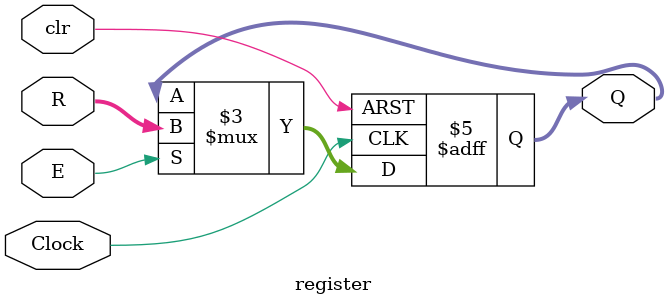
<source format=v>
module register(R, Clock, E, clr, Q);
	parameter n = 8;
	input [n-1:0] R;
	input Clock, E, clr;
	output reg [n-1:0] Q;
	
	always@(posedge Clock, negedge clr)
	begin
		if(!clr) Q <= 0;
		else if (E) Q <= R;
	end
endmodule

</source>
